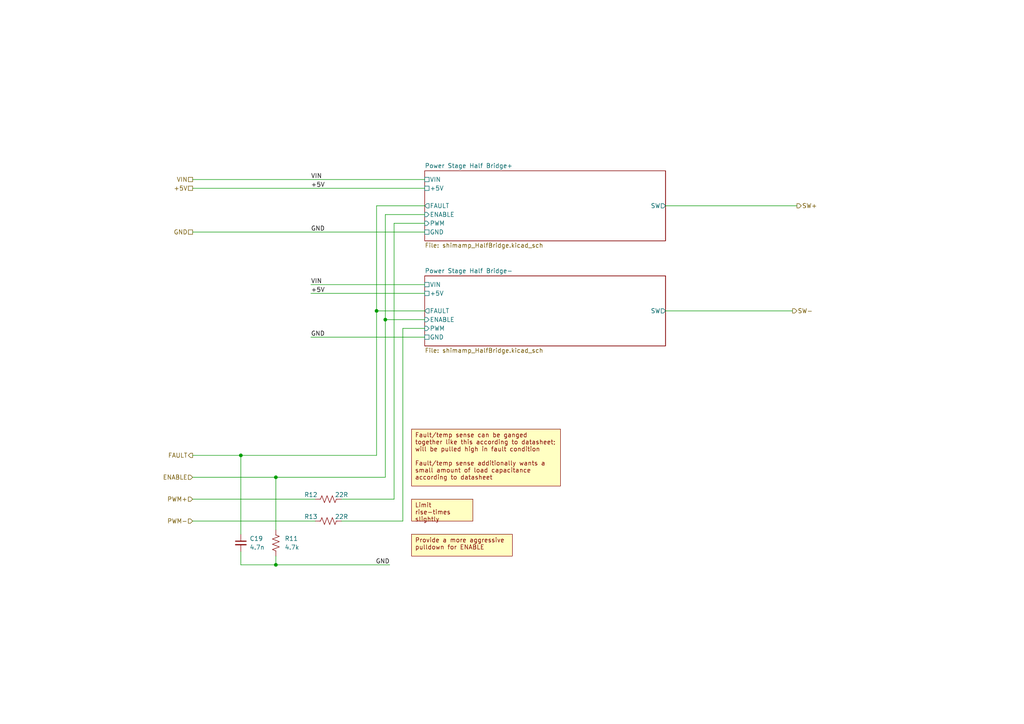
<source format=kicad_sch>
(kicad_sch (version 20230121) (generator eeschema)
  (paper "A4")
  (title_block (title "Shim Amplifier Prototype") (date "2023-08-01") (rev "A.1") (company "Ishaan Govindarajan"))
  (lib_symbols
    (symbol "Custom-Capacitor:CL10B472KB8NFNC" (pin_numbers hide) (pin_names (offset 0.254) hide)
      (property "Reference" "C" (at 0.254 1.778 0))
      (property "Value" "4.7n" (at 0.254 -2.032 0))
      (symbol "CL10B472KB8NFNC_0_1"
        (polyline (pts (xy -1.524 -0.508) (xy 1.524 -0.508)) (stroke (width 0.3302)))
        (polyline (pts (xy -1.524 0.508) (xy 1.524 0.508)) (stroke (width 0.3048)))
      )
      (symbol "CL10B472KB8NFNC_1_1"
        (pin passive line (at 0 2.54 270) (length 2.032) (name "~") (number "1"))
        (pin passive line (at 0 -2.54 90) (length 2.032) (name "~") (number "2"))
      )
    )
    (symbol "Custom-Resistor:RMCF0603FT22R0" (pin_numbers hide) (pin_names (offset 0))
      (property "Reference" "R" (at 2.54 0 90))
      (property "Value" "22R" (at -2.54 0 90))
      (symbol "RMCF0603FT22R0_0_1"
        (polyline (pts (xy 0 -2.286) (xy 0 -2.54)))
        (polyline (pts (xy 0 2.286) (xy 0 2.54)))
        (polyline (pts (xy 0 -0.762) (xy 1.016 -1.143) (xy 0 -1.524) (xy -1.016 -1.905) (xy 0 -2.286)))
        (polyline (pts (xy 0 0.762) (xy 1.016 0.381) (xy 0 0) (xy -1.016 -0.381) (xy 0 -0.762)))
        (polyline (pts (xy 0 2.286) (xy 1.016 1.905) (xy 0 1.524) (xy -1.016 1.143) (xy 0 0.762)))
      )
      (symbol "RMCF0603FT22R0_1_1"
        (pin passive line (at 0 3.81 270) (length 1.27) (name "~") (number "1"))
        (pin passive line (at 0 -3.81 90) (length 1.27) (name "~") (number "2"))
      )
    )
    (symbol "Custom-Resistor:RMCF0603FT4K70" (pin_numbers hide) (pin_names (offset 0))
      (property "Reference" "R" (at 2.54 0 90))
      (property "Value" "4.7k" (at -2.54 0 90))
      (symbol "RMCF0603FT4K70_0_1"
        (polyline (pts (xy 0 -2.286) (xy 0 -2.54)))
        (polyline (pts (xy 0 2.286) (xy 0 2.54)))
        (polyline (pts (xy 0 -0.762) (xy 1.016 -1.143) (xy 0 -1.524) (xy -1.016 -1.905) (xy 0 -2.286)))
        (polyline (pts (xy 0 0.762) (xy 1.016 0.381) (xy 0 0) (xy -1.016 -0.381) (xy 0 -0.762)))
        (polyline (pts (xy 0 2.286) (xy 1.016 1.905) (xy 0 1.524) (xy -1.016 1.143) (xy 0 0.762)))
      )
      (symbol "RMCF0603FT4K70_1_1"
        (pin passive line (at 0 3.81 270) (length 1.27) (name "~") (number "1"))
        (pin passive line (at 0 -3.81 90) (length 1.27) (name "~") (number "2"))
      )
    )
  )
  (junction (at 80.01 163.83))
  (junction (at 80.01 138.43))
  (junction (at 111.76 92.71))
  (junction (at 69.85 132.08))
  (junction (at 109.22 90.17))
  (wire (pts (xy 80.01 163.83) (xy 113.03 163.83)))
  (wire (pts (xy 111.76 92.71) (xy 111.76 138.43)))
  (wire (pts (xy 116.84 95.25) (xy 116.84 151.13)))
  (wire (pts (xy 80.01 138.43) (xy 111.76 138.43)))
  (wire (pts (xy 193.04 90.17) (xy 229.87 90.17)))
  (wire (pts (xy 111.76 62.23) (xy 111.76 92.71)))
  (wire (pts (xy 109.22 90.17) (xy 123.19 90.17)))
  (wire (pts (xy 90.17 82.55) (xy 123.19 82.55)))
  (wire (pts (xy 123.19 62.23) (xy 111.76 62.23)))
  (wire (pts (xy 109.22 90.17) (xy 109.22 132.08)))
  (wire (pts (xy 114.3 64.77) (xy 114.3 144.78)))
  (wire (pts (xy 109.22 59.69) (xy 123.19 59.69)))
  (wire (pts (xy 111.76 92.71) (xy 123.19 92.71)))
  (wire (pts (xy 193.04 59.69) (xy 231.14 59.69)))
  (wire (pts (xy 99.06 151.13) (xy 116.84 151.13)))
  (wire (pts (xy 109.22 59.69) (xy 109.22 90.17)))
  (wire (pts (xy 55.88 138.43) (xy 80.01 138.43)))
  (wire (pts (xy 80.01 161.29) (xy 80.01 163.83)))
  (wire (pts (xy 123.19 64.77) (xy 114.3 64.77)))
  (wire (pts (xy 90.17 85.09) (xy 123.19 85.09)))
  (wire (pts (xy 99.06 144.78) (xy 114.3 144.78)))
  (wire (pts (xy 69.85 132.08) (xy 109.22 132.08)))
  (wire (pts (xy 55.88 67.31) (xy 123.19 67.31)))
  (wire (pts (xy 116.84 95.25) (xy 123.19 95.25)))
  (wire (pts (xy 55.88 132.08) (xy 69.85 132.08)))
  (wire (pts (xy 55.88 151.13) (xy 91.44 151.13)))
  (wire (pts (xy 69.85 160.02) (xy 69.85 163.83)))
  (wire (pts (xy 55.88 144.78) (xy 91.44 144.78)))
  (wire (pts (xy 55.88 52.07) (xy 123.19 52.07)))
  (wire (pts (xy 90.17 97.79) (xy 123.19 97.79)))
  (wire (pts (xy 69.85 163.83) (xy 80.01 163.83)))
  (wire (pts (xy 80.01 138.43) (xy 80.01 153.67)))
  (wire (pts (xy 69.85 132.08) (xy 69.85 154.94)))
  (wire (pts (xy 55.88 54.61) (xy 123.19 54.61)))
  (text_box "Limit rise-times slightly\n" (at 119.38 144.78 0) (size 17.78 6.35) (stroke (width 0) (color 132 0 0 1)) (fill (type color) (color 255 255 194 1)) (effects (font (size 1.27 1.27)) (justify left top)))
  (text_box "Provide a more aggressive pulldown for ENABLE\n" (at 119.38 154.94 0) (size 29.21 6.35) (stroke (width 0) (color 132 0 0 1)) (fill (type color) (color 255 255 194 1)) (effects (font (size 1.27 1.27)) (justify left top)))
  (text_box "Fault/temp sense can be ganged together like this according to datasheet; will be pulled high in fault condition\n\nFault/temp sense additionally wants a small amount of load capacitance according to datasheet" (at 119.38 124.46 0) (size 43.18 16.51) (stroke (width 0) (color 132 0 0 1)) (fill (type color) (color 255 255 194 1)) (effects (font (size 1.27 1.27)) (justify left top)))
  (label "+5V" (at 90.17 85.09 0))
  (label "VIN" (at 90.17 52.07 0))
  (label "GND" (at 113.03 163.83 180))
  (label "VIN" (at 90.17 82.55 0))
  (label "GND" (at 90.17 97.79 0))
  (label "+5V" (at 90.17 54.61 0))
  (label "GND" (at 90.17 67.31 0))
  (hierarchical_label "PWM-" (shape input) (at 55.88 151.13 180))
  (hierarchical_label "PWM+" (shape input) (at 55.88 144.78 180))
  (hierarchical_label "GND" (shape passive) (at 55.88 67.31 180))
  (hierarchical_label "SW+" (shape output) (at 231.14 59.69 0))
  (hierarchical_label "FAULT" (shape output) (at 55.88 132.08 180))
  (hierarchical_label "ENABLE" (shape input) (at 55.88 138.43 180))
  (hierarchical_label "+5V" (shape passive) (at 55.88 54.61 180))
  (hierarchical_label "SW-" (shape output) (at 229.87 90.17 0))
  (hierarchical_label "VIN" (shape passive) (at 55.88 52.07 180))
  (symbol (lib_id "Custom-Resistor:RMCF0603FT22R0") (at 95.25 151.13 90) (unit 1)
    (property "Reference" "R13" (at 90.17 149.86 90))
    (property "Value" "22R" (at 99.06 149.86 90))
    (property "Footprint" "Resistor_SMD:R_0603_1608Metric_Pad0.98x0.95mm_HandSolder" (effects hide))
    (property "Datasheet" "https://www.seielect.com/Catalog/SEI-RMCF_RMCP.pdf" (effects hide))
    (property "Manufacturer" "Stackpole Electronics Inc" (effects hide))
    (property "Part Number" "RMCF0603FT22R0" (effects hide))
  )
  (symbol (lib_id "Custom-Resistor:RMCF0603FT22R0") (at 95.25 144.78 90) (unit 1)
    (property "Reference" "R12" (at 90.17 143.51 90))
    (property "Value" "22R" (at 99.06 143.51 90))
    (property "Footprint" "Resistor_SMD:R_0603_1608Metric_Pad0.98x0.95mm_HandSolder" (effects hide))
    (property "Datasheet" "https://www.seielect.com/Catalog/SEI-RMCF_RMCP.pdf" (effects hide))
    (property "Manufacturer" "Stackpole Electronics Inc" (effects hide))
    (property "Part Number" "RMCF0603FT22R0" (effects hide))
  )
  (symbol (lib_id "Custom-Resistor:RMCF0603FT4K70") (at 80.01 157.48 180) (unit 1)
    (property "Reference" "R11" (at 82.55 156.21 0) (effects (justify right)))
    (property "Value" "4.7k" (at 82.55 158.75 0) (effects (justify right)))
    (property "Footprint" "Resistor_SMD:R_0603_1608Metric_Pad0.98x0.95mm_HandSolder" (effects hide))
    (property "Datasheet" "https://www.seielect.com/Catalog/SEI-RMCF_RMCP.pdf" (effects hide))
    (property "Manufacturer" "Stackpole Electronics Inc" (effects hide))
    (property "Part Number" "RMCF0603FT4K70" (effects hide))
  )
  (symbol (lib_id "Custom-Capacitor:CL10B472KB8NFNC") (at 69.85 157.48 0) (unit 1)
    (property "Reference" "C19" (at 72.39 156.2163 0) (effects (justify left)))
    (property "Value" "4.7n" (at 72.39 158.7563 0) (effects (justify left)))
    (property "Footprint" "Capacitor_SMD:C_0603_1608Metric_Pad1.08x0.95mm_HandSolder" (effects hide))
    (property "Datasheet" "https://product.samsungsem.com/mlcc/CL10B472KB8NFN.do" (effects hide))
    (property "Manufacturer" "Samsung Electro-Mechanics" (effects hide))
    (property "Part Number" "CL10B472KB8NFNC" (effects hide))
  )
  (sheet (at 123.19 80.01) (size 69.85 20.32) (stroke (width 0.1524))
    (property "Sheetname" "Power Stage Half Bridge-" (at 123.19 79.2984 0) (effects (justify left bottom)))
    (property "Sheetfile" "shimamp_HalfBridge.kicad_sch" (at 123.19 100.9146 0) (effects (justify left top)))
    (pin "GND" passive (at 123.19 97.79 180))
    (pin "+5V" passive (at 123.19 85.09 180))
    (pin "VIN" passive (at 123.19 82.55 180))
    (pin "ENABLE" input (at 123.19 92.71 180))
    (pin "FAULT" output (at 123.19 90.17 180))
    (pin "PWM" input (at 123.19 95.25 180))
    (pin "SW" output (at 193.04 90.17 0))
  )
  (sheet (at 123.19 49.53) (size 69.85 20.32) (stroke (width 0.1524))
    (property "Sheetname" "Power Stage Half Bridge+" (at 123.19 48.8184 0) (effects (justify left bottom)))
    (property "Sheetfile" "shimamp_HalfBridge.kicad_sch" (at 123.19 70.4346 0) (effects (justify left top)))
    (pin "GND" passive (at 123.19 67.31 180))
    (pin "+5V" passive (at 123.19 54.61 180))
    (pin "VIN" passive (at 123.19 52.07 180))
    (pin "ENABLE" input (at 123.19 62.23 180))
    (pin "FAULT" output (at 123.19 59.69 180))
    (pin "PWM" input (at 123.19 64.77 180))
    (pin "SW" output (at 193.04 59.69 0))
  )
)
</source>
